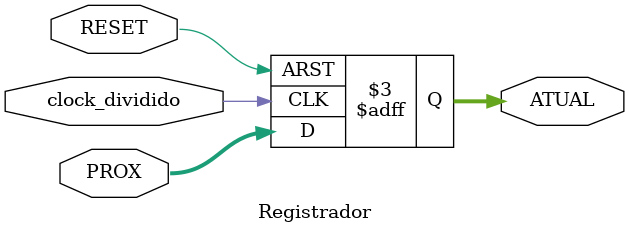
<source format=v>
module Registrador(PROX, clock_dividido, RESET, ATUAL);

input wire clock_dividido, RESET;
input wire [3:0] PROX;
output reg [3:0] ATUAL;

parameter A = 4'b0000;

always @(posedge clock_dividido or negedge RESET)
	begin
		if(RESET == 0)
			ATUAL <= A;
		else
			ATUAL <= PROX;
	end
	
endmodule

</source>
